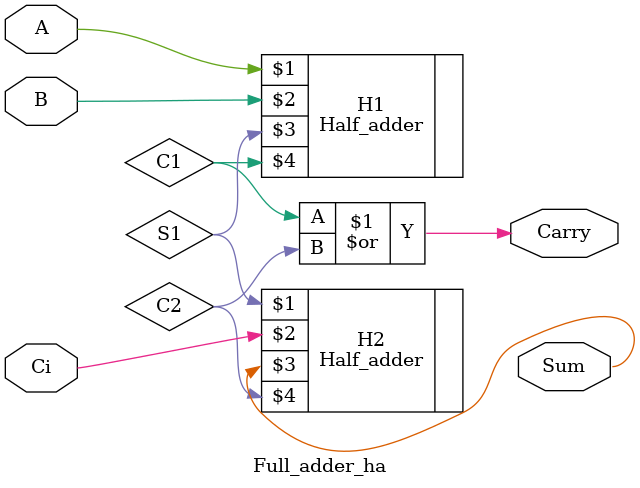
<source format=v>
`timescale 1ns / 1ps

module Full_adder_ha(input A,B,Ci, output Sum,Carry);

Half_adder H1(A,B,S1,C1);
Half_adder H2(S1,Ci,Sum,C2);
or O1(Carry,C1,C2);

endmodule

</source>
